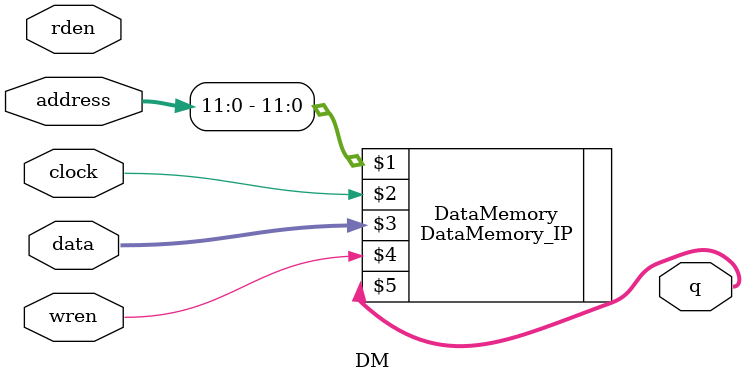
<source format=v>




`define MEMORY_SIZE 4096
`define MEMORY_BITS 12 

module DM(address, clock,  data,  rden,  wren,  q);

input clock, rden, wren;
input [31 : 0] address;
input [31 : 0] data;


`ifdef vscode
output reg [31 : 0] q;
reg [31 : 0] DataMem [0 : (`MEMORY_SIZE-1)];
always @(posedge clock) begin
    if (rden)
        q <= DataMem[address[(`MEMORY_BITS-1):0]];
    if (wren)
        DataMem[address] <= data;
end
initial begin
for (i = 0; i <= (`MEMORY_SIZE-1); i = i + 1)
    DataMem[i] <= 0;

`include "DM_INIT.INIT"
end

`else

output [31:0] q;
DataMemory_IP DataMemory
(
	address[(`MEMORY_BITS-1):0],
	clock,
	data,
	wren,
	q
);

`endif


`ifdef vscode
integer i;
initial begin
  #(`MAX_CLOCKS + `reset);
  // iterating through some of the addresses of the memory to check if the program loaded and stored the values properly
  $display("Data Memory Content : ");
  for (i = 0; i <= (`MEMORY_SIZE-1); i = i + 1)
    $display("Mem[%d] = %d",i[(`MEMORY_BITS-1):0],$signed(DataMem[i]));
end 
`endif
endmodule
</source>
